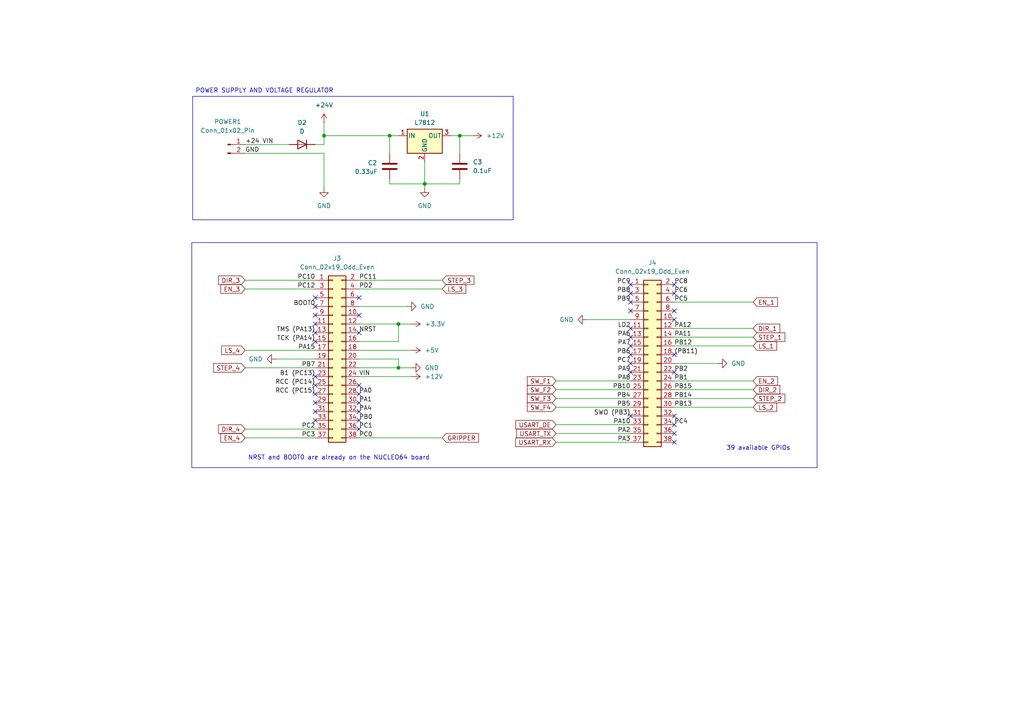
<source format=kicad_sch>
(kicad_sch (version 20231120) (generator "eeschema") (generator_version "8.0")
  (paper "A4")
  (lib_symbols
    (symbol "Connector:Conn_01x02_Pin" (pin_names (offset 1.016) hide)
      (property "Reference" "J" (at 0 2.54 0))
      (property "Value" "Conn_01x02_Pin" (at 0 -5.08 0))
      (symbol "Conn_01x02_Pin_1_1"
        (polyline (pts (xy 1.27 -2.54) (xy 0.8636 -2.54)) (stroke (width 0.1524)))
        (polyline (pts (xy 1.27 0) (xy 0.8636 0)) (stroke (width 0.1524)))
        (rectangle (start 0.8636 -2.413) (end 0 -2.667) (stroke (width 0.1524)) (fill (type outline)))
        (rectangle (start 0.8636 0.127) (end 0 -0.127) (stroke (width 0.1524)) (fill (type outline)))
        (pin passive line (at 5.08 0 180) (length 3.81) (name "Pin_1") (number "1"))
        (pin passive line (at 5.08 -2.54 180) (length 3.81) (name "Pin_2") (number "2"))
      )
    )
    (symbol "Connector_Generic:Conn_02x19_Odd_Even" (pin_names (offset 1.016) hide)
      (property "Reference" "J" (at 1.27 25.4 0))
      (property "Value" "Conn_02x19_Odd_Even" (at 1.27 -25.4 0))
      (symbol "Conn_02x19_Odd_Even_1_1"
        (rectangle (start -1.27 -22.733) (end 0 -22.987) (stroke (width 0.1524)))
        (rectangle (start -1.27 -20.193) (end 0 -20.447) (stroke (width 0.1524)))
        (rectangle (start -1.27 -17.653) (end 0 -17.907) (stroke (width 0.1524)))
        (rectangle (start -1.27 -15.113) (end 0 -15.367) (stroke (width 0.1524)))
        (rectangle (start -1.27 -12.573) (end 0 -12.827) (stroke (width 0.1524)))
        (rectangle (start -1.27 -10.033) (end 0 -10.287) (stroke (width 0.1524)))
        (rectangle (start -1.27 -7.493) (end 0 -7.747) (stroke (width 0.1524)))
        (rectangle (start -1.27 -4.953) (end 0 -5.207) (stroke (width 0.1524)))
        (rectangle (start -1.27 -2.413) (end 0 -2.667) (stroke (width 0.1524)))
        (rectangle (start -1.27 0.127) (end 0 -0.127) (stroke (width 0.1524)))
        (rectangle (start -1.27 2.667) (end 0 2.413) (stroke (width 0.1524)))
        (rectangle (start -1.27 5.207) (end 0 4.953) (stroke (width 0.1524)))
        (rectangle (start -1.27 7.747) (end 0 7.493) (stroke (width 0.1524)))
        (rectangle (start -1.27 10.287) (end 0 10.033) (stroke (width 0.1524)))
        (rectangle (start -1.27 12.827) (end 0 12.573) (stroke (width 0.1524)))
        (rectangle (start -1.27 15.367) (end 0 15.113) (stroke (width 0.1524)))
        (rectangle (start -1.27 17.907) (end 0 17.653) (stroke (width 0.1524)))
        (rectangle (start -1.27 20.447) (end 0 20.193) (stroke (width 0.1524)))
        (rectangle (start -1.27 22.987) (end 0 22.733) (stroke (width 0.1524)))
        (rectangle (start -1.27 24.13) (end 3.81 -24.13) (stroke (width 0.254)) (fill (type background)))
        (rectangle (start 3.81 -22.733) (end 2.54 -22.987) (stroke (width 0.1524)))
        (rectangle (start 3.81 -20.193) (end 2.54 -20.447) (stroke (width 0.1524)))
        (rectangle (start 3.81 -17.653) (end 2.54 -17.907) (stroke (width 0.1524)))
        (rectangle (start 3.81 -15.113) (end 2.54 -15.367) (stroke (width 0.1524)))
        (rectangle (start 3.81 -12.573) (end 2.54 -12.827) (stroke (width 0.1524)))
        (rectangle (start 3.81 -10.033) (end 2.54 -10.287) (stroke (width 0.1524)))
        (rectangle (start 3.81 -7.493) (end 2.54 -7.747) (stroke (width 0.1524)))
        (rectangle (start 3.81 -4.953) (end 2.54 -5.207) (stroke (width 0.1524)))
        (rectangle (start 3.81 -2.413) (end 2.54 -2.667) (stroke (width 0.1524)))
        (rectangle (start 3.81 0.127) (end 2.54 -0.127) (stroke (width 0.1524)))
        (rectangle (start 3.81 2.667) (end 2.54 2.413) (stroke (width 0.1524)))
        (rectangle (start 3.81 5.207) (end 2.54 4.953) (stroke (width 0.1524)))
        (rectangle (start 3.81 7.747) (end 2.54 7.493) (stroke (width 0.1524)))
        (rectangle (start 3.81 10.287) (end 2.54 10.033) (stroke (width 0.1524)))
        (rectangle (start 3.81 12.827) (end 2.54 12.573) (stroke (width 0.1524)))
        (rectangle (start 3.81 15.367) (end 2.54 15.113) (stroke (width 0.1524)))
        (rectangle (start 3.81 17.907) (end 2.54 17.653) (stroke (width 0.1524)))
        (rectangle (start 3.81 20.447) (end 2.54 20.193) (stroke (width 0.1524)))
        (rectangle (start 3.81 22.987) (end 2.54 22.733) (stroke (width 0.1524)))
        (pin passive line (at -5.08 22.86 0) (length 3.81) (name "Pin_1") (number "1"))
        (pin passive line (at 7.62 12.7 180) (length 3.81) (name "Pin_10") (number "10"))
        (pin passive line (at -5.08 10.16 0) (length 3.81) (name "Pin_11") (number "11"))
        (pin passive line (at 7.62 10.16 180) (length 3.81) (name "Pin_12") (number "12"))
        (pin passive line (at -5.08 7.62 0) (length 3.81) (name "Pin_13") (number "13"))
        (pin passive line (at 7.62 7.62 180) (length 3.81) (name "Pin_14") (number "14"))
        (pin passive line (at -5.08 5.08 0) (length 3.81) (name "Pin_15") (number "15"))
        (pin passive line (at 7.62 5.08 180) (length 3.81) (name "Pin_16") (number "16"))
        (pin passive line (at -5.08 2.54 0) (length 3.81) (name "Pin_17") (number "17"))
        (pin passive line (at 7.62 2.54 180) (length 3.81) (name "Pin_18") (number "18"))
        (pin passive line (at -5.08 0 0) (length 3.81) (name "Pin_19") (number "19"))
        (pin passive line (at 7.62 22.86 180) (length 3.81) (name "Pin_2") (number "2"))
        (pin passive line (at 7.62 0 180) (length 3.81) (name "Pin_20") (number "20"))
        (pin passive line (at -5.08 -2.54 0) (length 3.81) (name "Pin_21") (number "21"))
        (pin passive line (at 7.62 -2.54 180) (length 3.81) (name "Pin_22") (number "22"))
        (pin passive line (at -5.08 -5.08 0) (length 3.81) (name "Pin_23") (number "23"))
        (pin passive line (at 7.62 -5.08 180) (length 3.81) (name "Pin_24") (number "24"))
        (pin passive line (at -5.08 -7.62 0) (length 3.81) (name "Pin_25") (number "25"))
        (pin passive line (at 7.62 -7.62 180) (length 3.81) (name "Pin_26") (number "26"))
        (pin passive line (at -5.08 -10.16 0) (length 3.81) (name "Pin_27") (number "27"))
        (pin passive line (at 7.62 -10.16 180) (length 3.81) (name "Pin_28") (number "28"))
        (pin passive line (at -5.08 -12.7 0) (length 3.81) (name "Pin_29") (number "29"))
        (pin passive line (at -5.08 20.32 0) (length 3.81) (name "Pin_3") (number "3"))
        (pin passive line (at 7.62 -12.7 180) (length 3.81) (name "Pin_30") (number "30"))
        (pin passive line (at -5.08 -15.24 0) (length 3.81) (name "Pin_31") (number "31"))
        (pin passive line (at 7.62 -15.24 180) (length 3.81) (name "Pin_32") (number "32"))
        (pin passive line (at -5.08 -17.78 0) (length 3.81) (name "Pin_33") (number "33"))
        (pin passive line (at 7.62 -17.78 180) (length 3.81) (name "Pin_34") (number "34"))
        (pin passive line (at -5.08 -20.32 0) (length 3.81) (name "Pin_35") (number "35"))
        (pin passive line (at 7.62 -20.32 180) (length 3.81) (name "Pin_36") (number "36"))
        (pin passive line (at -5.08 -22.86 0) (length 3.81) (name "Pin_37") (number "37"))
        (pin passive line (at 7.62 -22.86 180) (length 3.81) (name "Pin_38") (number "38"))
        (pin passive line (at 7.62 20.32 180) (length 3.81) (name "Pin_4") (number "4"))
        (pin passive line (at -5.08 17.78 0) (length 3.81) (name "Pin_5") (number "5"))
        (pin passive line (at 7.62 17.78 180) (length 3.81) (name "Pin_6") (number "6"))
        (pin passive line (at -5.08 15.24 0) (length 3.81) (name "Pin_7") (number "7"))
        (pin passive line (at 7.62 15.24 180) (length 3.81) (name "Pin_8") (number "8"))
        (pin passive line (at -5.08 12.7 0) (length 3.81) (name "Pin_9") (number "9"))
      )
    )
    (symbol "Device:C" (pin_numbers hide) (pin_names (offset 0.254))
      (property "Reference" "C" (at 0.635 2.54 0))
      (property "Value" "C" (at 0.635 -2.54 0))
      (symbol "C_0_1"
        (polyline (pts (xy -2.032 -0.762) (xy 2.032 -0.762)) (stroke (width 0.508)))
        (polyline (pts (xy -2.032 0.762) (xy 2.032 0.762)) (stroke (width 0.508)))
      )
      (symbol "C_1_1"
        (pin passive line (at 0 3.81 270) (length 2.794) (name "~") (number "1"))
        (pin passive line (at 0 -3.81 90) (length 2.794) (name "~") (number "2"))
      )
    )
    (symbol "Device:D" (pin_numbers hide) (pin_names (offset 1.016) hide)
      (property "Reference" "D" (at 0 2.54 0))
      (property "Value" "D" (at 0 -2.54 0))
      (symbol "D_0_1"
        (polyline (pts (xy -1.27 1.27) (xy -1.27 -1.27)) (stroke (width 0.254)))
        (polyline (pts (xy 1.27 0) (xy -1.27 0)))
        (polyline (pts (xy 1.27 1.27) (xy 1.27 -1.27) (xy -1.27 0) (xy 1.27 1.27)) (stroke (width 0.254)))
      )
      (symbol "D_1_1"
        (pin passive line (at -3.81 0 0) (length 2.54) (name "K") (number "1"))
        (pin passive line (at 3.81 0 180) (length 2.54) (name "A") (number "2"))
      )
    )
    (symbol "Regulator_Linear:L7805" (pin_names (offset 0.254))
      (property "Reference" "U" (at -3.81 3.175 0))
      (property "Value" "L7805" (at 0 3.175 0))
      (symbol "L7805_0_1"
        (rectangle (start -5.08 1.905) (end 5.08 -5.08) (stroke (width 0.254)) (fill (type background)))
      )
      (symbol "L7805_1_1"
        (pin power_in line (at -7.62 0 0) (length 2.54) (name "IN") (number "1"))
        (pin power_in line (at 0 -7.62 90) (length 2.54) (name "GND") (number "2"))
        (pin power_out line (at 7.62 0 180) (length 2.54) (name "OUT") (number "3"))
      )
    )
    (symbol "power:+24V" (power) (pin_numbers hide) (pin_names (offset 0) hide)
      (property "Value" "+24V" (at 0 3.556 0))
      (symbol "+24V_0_1"
        (polyline (pts (xy -0.762 1.27) (xy 0 2.54)))
        (polyline (pts (xy 0 0) (xy 0 2.54)))
        (polyline (pts (xy 0 2.54) (xy 0.762 1.27)))
      )
      (symbol "+24V_1_1"
        (pin power_in line (at 0 0 90) (length 0) (name "~") (number "1"))
      )
    )
    (symbol "power:+3.3V" (power) (pin_numbers hide) (pin_names (offset 0) hide)
      (property "Value" "+3.3V" (at 0 3.556 0))
      (symbol "+3.3V_0_1"
        (polyline (pts (xy -0.762 1.27) (xy 0 2.54)))
        (polyline (pts (xy 0 0) (xy 0 2.54)))
        (polyline (pts (xy 0 2.54) (xy 0.762 1.27)))
      )
      (symbol "+3.3V_1_1"
        (pin power_in line (at 0 0 90) (length 0) (name "~") (number "1"))
      )
    )
    (symbol "power:+5V" (power) (pin_numbers hide) (pin_names (offset 0) hide)
      (property "Value" "+5V" (at 0 3.556 0))
      (symbol "+5V_0_1"
        (polyline (pts (xy -0.762 1.27) (xy 0 2.54)))
        (polyline (pts (xy 0 0) (xy 0 2.54)))
        (polyline (pts (xy 0 2.54) (xy 0.762 1.27)))
      )
      (symbol "+5V_1_1"
        (pin power_in line (at 0 0 90) (length 0) (name "~") (number "1"))
      )
    )
    (symbol "power:GND" (power) (pin_numbers hide) (pin_names (offset 0) hide)
      (property "Value" "GND" (at 0 -3.81 0))
      (symbol "GND_0_1"
        (polyline (pts (xy 0 0) (xy 0 -1.27) (xy 1.27 -1.27) (xy 0 -2.54) (xy -1.27 -1.27) (xy 0 -1.27)))
      )
      (symbol "GND_1_1"
        (pin power_in line (at 0 0 270) (length 0) (name "~") (number "1"))
      )
    )
    (symbol "power:VCC" (power) (pin_numbers hide) (pin_names (offset 0) hide)
      (property "Value" "VCC" (at 0 3.556 0))
      (symbol "VCC_0_1"
        (polyline (pts (xy -0.762 1.27) (xy 0 2.54)))
        (polyline (pts (xy 0 0) (xy 0 2.54)))
        (polyline (pts (xy 0 2.54) (xy 0.762 1.27)))
      )
      (symbol "VCC_1_1"
        (pin power_in line (at 0 0 90) (length 0) (name "~") (number "1"))
      )
    )
  )
  (junction (at 115.57 106.68))
  (junction (at 123.19 53.34))
  (junction (at 113.03 39.37))
  (junction (at 133.35 39.37))
  (junction (at 115.57 93.98))
  (junction (at 93.98 39.37))
  (no_connect (at 195.58 125.73))
  (no_connect (at 195.58 128.27))
  (no_connect (at 195.58 123.19))
  (no_connect (at 91.44 111.76))
  (no_connect (at 182.88 82.55))
  (no_connect (at 104.14 121.92))
  (no_connect (at 182.88 105.41))
  (no_connect (at 182.88 87.63))
  (no_connect (at 104.14 116.84))
  (no_connect (at 104.14 86.36))
  (no_connect (at 104.14 119.38))
  (no_connect (at 91.44 96.52))
  (no_connect (at 182.88 100.33))
  (no_connect (at 104.14 124.46))
  (no_connect (at 91.44 109.22))
  (no_connect (at 195.58 102.87))
  (no_connect (at 104.14 91.44))
  (no_connect (at 91.44 88.9))
  (no_connect (at 91.44 99.06))
  (no_connect (at 195.58 82.55))
  (no_connect (at 104.14 96.52))
  (no_connect (at 195.58 92.71))
  (no_connect (at 182.88 95.25))
  (no_connect (at 182.88 90.17))
  (no_connect (at 91.44 93.98))
  (no_connect (at 91.44 86.36))
  (no_connect (at 104.14 111.76))
  (no_connect (at 195.58 90.17))
  (no_connect (at 182.88 107.95))
  (no_connect (at 91.44 91.44))
  (no_connect (at 182.88 85.09))
  (no_connect (at 195.58 85.09))
  (no_connect (at 91.44 114.3))
  (no_connect (at 195.58 120.65))
  (no_connect (at 91.44 121.92))
  (no_connect (at 182.88 102.87))
  (no_connect (at 91.44 116.84))
  (no_connect (at 195.58 107.95))
  (no_connect (at 182.88 97.79))
  (no_connect (at 104.14 114.3))
  (no_connect (at 91.44 119.38))
  (no_connect (at 182.88 120.65))
  (wire (pts (xy 133.35 53.34) (xy 133.35 52.07)))
  (wire (pts (xy 123.19 46.99) (xy 123.19 53.34)))
  (wire (pts (xy 195.58 100.33) (xy 218.44 100.33)))
  (wire (pts (xy 161.29 115.57) (xy 182.88 115.57)))
  (wire (pts (xy 104.14 127) (xy 128.27 127)))
  (wire (pts (xy 115.57 93.98) (xy 115.57 99.06)))
  (wire (pts (xy 71.12 106.68) (xy 91.44 106.68)))
  (wire (pts (xy 195.58 95.25) (xy 218.44 95.25)))
  (wire (pts (xy 123.19 53.34) (xy 133.35 53.34)))
  (wire (pts (xy 104.14 83.82) (xy 128.27 83.82)))
  (wire (pts (xy 93.98 39.37) (xy 93.98 41.91)))
  (wire (pts (xy 133.35 39.37) (xy 137.16 39.37)))
  (wire (pts (xy 104.14 81.28) (xy 128.27 81.28)))
  (wire (pts (xy 71.12 124.46) (xy 91.44 124.46)))
  (wire (pts (xy 195.58 118.11) (xy 218.44 118.11)))
  (wire (pts (xy 195.58 113.03) (xy 218.44 113.03)))
  (wire (pts (xy 195.58 115.57) (xy 218.44 115.57)))
  (wire (pts (xy 104.14 93.98) (xy 115.57 93.98)))
  (wire (pts (xy 93.98 39.37) (xy 113.03 39.37)))
  (wire (pts (xy 130.81 39.37) (xy 133.35 39.37)))
  (wire (pts (xy 71.12 41.91) (xy 83.82 41.91)))
  (wire (pts (xy 71.12 101.6) (xy 91.44 101.6)))
  (wire (pts (xy 123.19 53.34) (xy 123.19 54.61)))
  (wire (pts (xy 161.29 123.19) (xy 182.88 123.19)))
  (wire (pts (xy 71.12 81.28) (xy 91.44 81.28)))
  (wire (pts (xy 91.44 41.91) (xy 93.98 41.91)))
  (wire (pts (xy 195.58 110.49) (xy 218.44 110.49)))
  (wire (pts (xy 113.03 39.37) (xy 113.03 44.45)))
  (wire (pts (xy 93.98 44.45) (xy 93.98 54.61)))
  (wire (pts (xy 113.03 53.34) (xy 123.19 53.34)))
  (wire (pts (xy 104.14 106.68) (xy 115.57 106.68)))
  (wire (pts (xy 133.35 39.37) (xy 133.35 44.45)))
  (wire (pts (xy 113.03 39.37) (xy 115.57 39.37)))
  (wire (pts (xy 104.14 101.6) (xy 119.38 101.6)))
  (wire (pts (xy 170.18 92.71) (xy 182.88 92.71)))
  (wire (pts (xy 161.29 125.73) (xy 182.88 125.73)))
  (wire (pts (xy 104.14 104.14) (xy 115.57 104.14)))
  (wire (pts (xy 195.58 87.63) (xy 218.44 87.63)))
  (wire (pts (xy 113.03 53.34) (xy 113.03 52.07)))
  (wire (pts (xy 161.29 118.11) (xy 182.88 118.11)))
  (wire (pts (xy 115.57 99.06) (xy 104.14 99.06)))
  (wire (pts (xy 71.12 127) (xy 91.44 127)))
  (wire (pts (xy 93.98 39.37) (xy 93.98 35.56)))
  (wire (pts (xy 115.57 104.14) (xy 115.57 106.68)))
  (wire (pts (xy 208.28 105.41) (xy 195.58 105.41)))
  (wire (pts (xy 80.01 104.14) (xy 91.44 104.14)))
  (wire (pts (xy 195.58 97.79) (xy 218.44 97.79)))
  (wire (pts (xy 71.12 44.45) (xy 93.98 44.45)))
  (wire (pts (xy 115.57 93.98) (xy 119.38 93.98)))
  (wire (pts (xy 104.14 88.9) (xy 118.11 88.9)))
  (wire (pts (xy 161.29 113.03) (xy 182.88 113.03)))
  (wire (pts (xy 71.12 83.82) (xy 91.44 83.82)))
  (wire (pts (xy 161.29 110.49) (xy 182.88 110.49)))
  (wire (pts (xy 104.14 109.22) (xy 119.38 109.22)))
  (wire (pts (xy 115.57 106.68) (xy 119.38 106.68)))
  (wire (pts (xy 161.29 128.27) (xy 182.88 128.27)))
  (rectangle (start 55.88 27.94) (end 148.844 63.754))
  (rectangle (start 55.626 70.358) (end 236.982 135.636))
  (text "39 available GPIOs" (at 219.964 130.048 0) (effects (font (size 1.27 1.27))))
  (text "POWER SUPPLY AND VOLTAGE REGULATOR" (at 76.708 26.416 0) (effects (font (size 1.27 1.27))))
  (text "NRST and BOOT0 are already on the NUCLEO64 board" (at 98.298 132.842 0) (effects (font (size 1.27 1.27))))
  (label "TCK (PA14)" (at 91.44 99.06 180))
  (label "PC9" (at 182.88 82.55 180))
  (label "PA8" (at 182.88 110.49 180))
  (label "(PB11)" (at 195.58 102.87 0))
  (label "+24 VIN" (at 71.12 41.91 0))
  (label "PA2" (at 182.88 125.73 180))
  (label "NRST" (at 104.14 96.52 0))
  (label "PC11" (at 104.14 81.28 0))
  (label "PA11" (at 195.58 97.79 0))
  (label "PB0" (at 104.14 121.92 0))
  (label "PC1" (at 104.14 124.46 0))
  (label "PB8" (at 182.88 85.09 180))
  (label "PA15" (at 91.44 101.6 180))
  (label "PA9" (at 182.88 107.95 180))
  (label "PB2" (at 195.58 107.95 0))
  (label "PB12" (at 195.58 100.33 0))
  (label "PC7" (at 182.88 105.41 180))
  (label "PA3" (at 182.88 128.27 180))
  (label "PA7" (at 182.88 100.33 180))
  (label "PB10" (at 182.88 113.03 180))
  (label "PB6" (at 182.88 102.87 180))
  (label "PA6" (at 182.88 97.79 180))
  (label "PB9" (at 182.88 87.63 180))
  (label "PA10" (at 182.88 123.19 180))
  (label "TMS (PA13)" (at 91.44 96.52 180))
  (label "PB7" (at 91.44 106.68 180))
  (label "PC0" (at 104.14 127 0))
  (label "PB4" (at 182.88 115.57 180))
  (label "PA4" (at 104.14 119.38 0))
  (label "PC5" (at 195.58 87.63 0))
  (label "LD2" (at 182.88 95.25 180))
  (label "PC8" (at 195.58 82.55 0))
  (label "RCC (PC14)" (at 91.44 111.76 180))
  (label "PB15" (at 195.58 113.03 0))
  (label "PD2" (at 104.14 83.82 0))
  (label "VIN" (at 104.14 109.22 0))
  (label "PB1" (at 195.58 110.49 0))
  (label "RCC (PC15)" (at 91.44 114.3 180))
  (label "PB5" (at 182.88 118.11 180))
  (label "SWO (PB3)" (at 182.88 120.65 180))
  (label "PC2" (at 91.44 124.46 180))
  (label "PC10" (at 91.44 81.28 180))
  (label "PB13" (at 195.58 118.11 0))
  (label "PA1" (at 104.14 116.84 0))
  (label "GND" (at 71.12 44.45 0))
  (label "B1 (PC13)" (at 91.44 109.22 180))
  (label "PC3" (at 91.44 127 180))
  (label "PB14" (at 195.58 115.57 0))
  (label "PA12" (at 195.58 95.25 0))
  (label "PC4" (at 195.58 123.19 0))
  (label "BOOT0" (at 91.44 88.9 180))
  (label "PC6" (at 195.58 85.09 0))
  (label "PA0" (at 104.14 114.3 0))
  (label "PC12" (at 91.44 83.82 180))
  (global_label "STEP_4" (shape input) (at 71.12 106.68 180) (property "Intersheetrefs" "${INTERSHEET_REFS}" (effects (hide yes))))
  (global_label "LS_4" (shape input) (at 71.12 101.6 180) (property "Intersheetrefs" "${INTERSHEET_REFS}" (effects (hide yes))))
  (global_label "LS_3" (shape input) (at 128.27 83.82 0) (property "Intersheetrefs" "${INTERSHEET_REFS}" (effects (hide yes))))
  (global_label "EN_4" (shape input) (at 71.12 127 180) (property "Intersheetrefs" "${INTERSHEET_REFS}" (effects (hide yes))))
  (global_label "LS_2" (shape input) (at 218.44 118.11 0) (property "Intersheetrefs" "${INTERSHEET_REFS}" (effects (hide yes))))
  (global_label "SW_F3" (shape input) (at 161.29 115.57 180) (property "Intersheetrefs" "${INTERSHEET_REFS}" (effects (hide yes))))
  (global_label "EN_1" (shape input) (at 218.44 87.63 0) (property "Intersheetrefs" "${INTERSHEET_REFS}" (effects (hide yes))))
  (global_label "SW_F2" (shape input) (at 161.29 113.03 180) (property "Intersheetrefs" "${INTERSHEET_REFS}" (effects (hide yes))))
  (global_label "SW_F4" (shape input) (at 161.29 118.11 180) (property "Intersheetrefs" "${INTERSHEET_REFS}" (effects (hide yes))))
  (global_label "SW_F1" (shape input) (at 161.29 110.49 180) (property "Intersheetrefs" "${INTERSHEET_REFS}" (effects (hide yes))))
  (global_label "EN_3" (shape input) (at 71.12 83.82 180) (property "Intersheetrefs" "${INTERSHEET_REFS}" (effects (hide yes))))
  (global_label "STEP_1" (shape input) (at 218.44 97.79 0) (property "Intersheetrefs" "${INTERSHEET_REFS}" (effects (hide yes))))
  (global_label "DIR_4" (shape input) (at 71.12 124.46 180) (property "Intersheetrefs" "${INTERSHEET_REFS}" (effects (hide yes))))
  (global_label "STEP_2" (shape input) (at 218.44 115.57 0) (property "Intersheetrefs" "${INTERSHEET_REFS}" (effects (hide yes))))
  (global_label "LS_1" (shape input) (at 218.44 100.33 0) (property "Intersheetrefs" "${INTERSHEET_REFS}" (effects (hide yes))))
  (global_label "USART_TX" (shape input) (at 161.29 125.73 180) (property "Intersheetrefs" "${INTERSHEET_REFS}" (effects (hide yes))))
  (global_label "USART_RX" (shape input) (at 161.29 128.27 180) (property "Intersheetrefs" "${INTERSHEET_REFS}" (effects (hide yes))))
  (global_label "DIR_2" (shape input) (at 218.44 113.03 0) (property "Intersheetrefs" "${INTERSHEET_REFS}" (effects (hide yes))))
  (global_label "USART_DE" (shape input) (at 161.29 123.19 180) (property "Intersheetrefs" "${INTERSHEET_REFS}" (effects (hide yes))))
  (global_label "EN_2" (shape input) (at 218.44 110.49 0) (property "Intersheetrefs" "${INTERSHEET_REFS}" (effects (hide yes))))
  (global_label "GRIPPER" (shape input) (at 128.27 127 0) (property "Intersheetrefs" "${INTERSHEET_REFS}" (effects (hide yes))))
  (global_label "DIR_3" (shape input) (at 71.12 81.28 180) (property "Intersheetrefs" "${INTERSHEET_REFS}" (effects (hide yes))))
  (global_label "DIR_1" (shape input) (at 218.44 95.25 0) (property "Intersheetrefs" "${INTERSHEET_REFS}" (effects (hide yes))))
  (global_label "STEP_3" (shape input) (at 128.27 81.28 0) (property "Intersheetrefs" "${INTERSHEET_REFS}" (effects (hide yes))))
  (symbol (lib_id "Regulator_Linear:L7805") (at 123.19 39.37 0) (unit 1)
    (property "Reference" "U1" (at 123.19 33.02 0))
    (property "Value" "L7812" (at 123.19 35.56 0))
    (property "Footprint" "Package_TO_SOT_THT:TO-220-3_Horizontal_TabDown" (effects (hide yes)))
    (property "Datasheet" "http://www.st.com/content/ccc/resource/technical/document/datasheet/41/4f/b3/b0/12/d4/47/88/CD00000444.pdf/files/CD00000444.pdf/jcr:content/translations/en.CD00000444.pdf" (effects (hide yes)))
    (property "Description" "Positive 1.5A 35V Linear Regulator, Fixed Output 5V, TO-220/TO-263/TO-252" (effects (hide yes)))
  )
  (symbol (lib_id "Device:C") (at 113.03 48.26 0) (unit 1)
    (property "Reference" "C2" (at 106.68 47.244 0) (effects (justify left)))
    (property "Value" "0.33uF" (at 102.87 49.784 0) (effects (justify left)))
    (property "Footprint" "Capacitor_SMD:C_0805_2012Metric" (effects (hide yes)))
    (property "Description" "Unpolarized capacitor" (effects (hide yes)))
  )
  (symbol (lib_id "Device:D") (at 87.63 41.91 180) (unit 1)
    (property "Reference" "D2" (at 87.63 35.56 0))
    (property "Value" "D" (at 87.63 38.1 0))
    (property "Footprint" "Diode_SMD:D_0805_2012Metric" (effects (hide yes)))
    (property "Description" "Diode" (effects (hide yes)))
    (property "Sim.Device" "D" (effects (hide yes)))
    (property "Sim.Pins" "1=K 2=A" (effects (hide yes)))
  )
  (symbol (lib_id "power:GND") (at 118.11 88.9 90) (unit 1)
    (property "Reference" "#PWR019" (effects (hide yes)))
    (property "Value" "GND" (at 121.92 88.8999 90) (effects (justify right)))
    (property "Description" "Power symbol creates a global label with name \"GND\" , ground" (effects (hide yes)))
  )
  (symbol (lib_id "power:GND") (at 170.18 92.71 270) (unit 1)
    (property "Reference" "#PWR025" (effects (hide yes)))
    (property "Value" "GND" (at 166.37 92.7099 90) (effects (justify right)))
    (property "Description" "Power symbol creates a global label with name \"GND\" , ground" (effects (hide yes)))
  )
  (symbol (lib_id "power:+5V") (at 119.38 109.22 270) (unit 1)
    (property "Reference" "#PWR023" (effects (hide yes)))
    (property "Value" "+12V" (at 123.19 109.2199 90) (effects (justify left)))
    (property "Description" "Power symbol creates a global label with name \"+5V\"" (effects (hide yes)))
  )
  (symbol (lib_id "power:GND") (at 119.38 106.68 90) (unit 1)
    (property "Reference" "#PWR022" (effects (hide yes)))
    (property "Value" "GND" (at 123.19 106.6799 90) (effects (justify right)))
    (property "Description" "Power symbol creates a global label with name \"GND\" , ground" (effects (hide yes)))
  )
  (symbol (lib_id "power:GND") (at 93.98 54.61 0) (unit 1)
    (property "Reference" "#PWR03" (effects (hide yes)))
    (property "Value" "GND" (at 93.98 59.69 0))
    (property "Description" "Power symbol creates a global label with name \"GND\" , ground" (effects (hide yes)))
  )
  (symbol (lib_id "power:+3.3V") (at 119.38 93.98 270) (unit 1)
    (property "Reference" "#PWR020" (effects (hide yes)))
    (property "Value" "+3.3V" (at 123.19 93.9799 90) (effects (justify left)))
    (property "Description" "Power symbol creates a global label with name \"+3.3V\"" (effects (hide yes)))
  )
  (symbol (lib_id "power:GND") (at 208.28 105.41 90) (unit 1)
    (property "Reference" "#PWR027" (effects (hide yes)))
    (property "Value" "GND" (at 212.09 105.4099 90) (effects (justify right)))
    (property "Description" "Power symbol creates a global label with name \"GND\" , ground" (effects (hide yes)))
  )
  (symbol (lib_id "Device:C") (at 133.35 48.26 0) (unit 1)
    (property "Reference" "C3" (at 137.16 46.9899 0) (effects (justify left)))
    (property "Value" "0.1uF" (at 137.16 49.5299 0) (effects (justify left)))
    (property "Footprint" "Capacitor_SMD:C_0805_2012Metric" (effects (hide yes)))
    (property "Description" "Unpolarized capacitor" (effects (hide yes)))
  )
  (symbol (lib_id "Connector_Generic:Conn_02x19_Odd_Even") (at 96.52 104.14 0) (unit 1)
    (property "Reference" "J3" (at 97.79 74.93 0))
    (property "Value" "Conn_02x19_Odd_Even" (at 97.79 77.47 0))
    (property "Footprint" "Connector_PinSocket_2.54mm:PinSocket_2x19_P2.54mm_Vertical" (effects (hide yes)))
    (property "Description" "Generic connector, double row, 02x19, odd/even pin numbering scheme (row 1 odd numbers, row 2 even numbers), script generated (kicad-library-utils/schlib/autogen/connector/)" (effects (hide yes)))
  )
  (symbol (lib_id "Connector:Conn_01x02_Pin") (at 66.04 41.91 0) (unit 1)
    (property "Reference" "POWER1" (at 66.04 35.306 0))
    (property "Value" "Conn_01x02_Pin" (at 66.04 37.846 0))
    (property "Footprint" "01_myLibrary:TerminalBlock 45 degrees, pitch 3.5mm, 2 pins, WAGO 250-102 000-012" (effects (hide yes)))
    (property "Description" "Generic connector, single row, 01x02, script generated" (effects (hide yes)))
  )
  (symbol (lib_id "power:GND") (at 80.01 104.14 270) (unit 1)
    (property "Reference" "#PWR016" (effects (hide yes)))
    (property "Value" "GND" (at 76.2 104.1399 90) (effects (justify right)))
    (property "Description" "Power symbol creates a global label with name \"GND\" , ground" (effects (hide yes)))
  )
  (symbol (lib_id "power:+24V") (at 93.98 35.56 0) (unit 1)
    (property "Reference" "#PWR02" (effects (hide yes)))
    (property "Value" "+24V" (at 93.98 30.48 0))
    (property "Description" "Power symbol creates a global label with name \"+24V\"" (effects (hide yes)))
  )
  (symbol (lib_id "power:+5V") (at 119.38 101.6 270) (unit 1)
    (property "Reference" "#PWR021" (effects (hide yes)))
    (property "Value" "+5V" (at 123.19 101.5999 90) (effects (justify left)))
    (property "Description" "Power symbol creates a global label with name \"+5V\"" (effects (hide yes)))
  )
  (symbol (lib_id "Connector_Generic:Conn_02x19_Odd_Even") (at 187.96 105.41 0) (unit 1)
    (property "Reference" "J4" (at 189.23 76.2 0))
    (property "Value" "Conn_02x19_Odd_Even" (at 189.23 78.74 0))
    (property "Footprint" "Connector_PinSocket_2.54mm:PinSocket_2x19_P2.54mm_Vertical" (effects (hide yes)))
    (property "Description" "Generic connector, double row, 02x19, odd/even pin numbering scheme (row 1 odd numbers, row 2 even numbers), script generated (kicad-library-utils/schlib/autogen/connector/)" (effects (hide yes)))
  )
  (symbol (lib_id "power:GND") (at 123.19 54.61 0) (unit 1)
    (property "Reference" "#PWR05" (effects (hide yes)))
    (property "Value" "GND" (at 123.19 59.69 0))
    (property "Description" "Power symbol creates a global label with name \"GND\" , ground" (effects (hide yes)))
  )
  (symbol (lib_id "power:VCC") (at 137.16 39.37 270) (unit 1)
    (property "Reference" "#PWR06" (effects (hide yes)))
    (property "Value" "+12V" (at 140.97 39.3699 90) (effects (justify left)))
    (property "Description" "Power symbol creates a global label with name \"VCC\"" (effects (hide yes)))
  )
)
</source>
